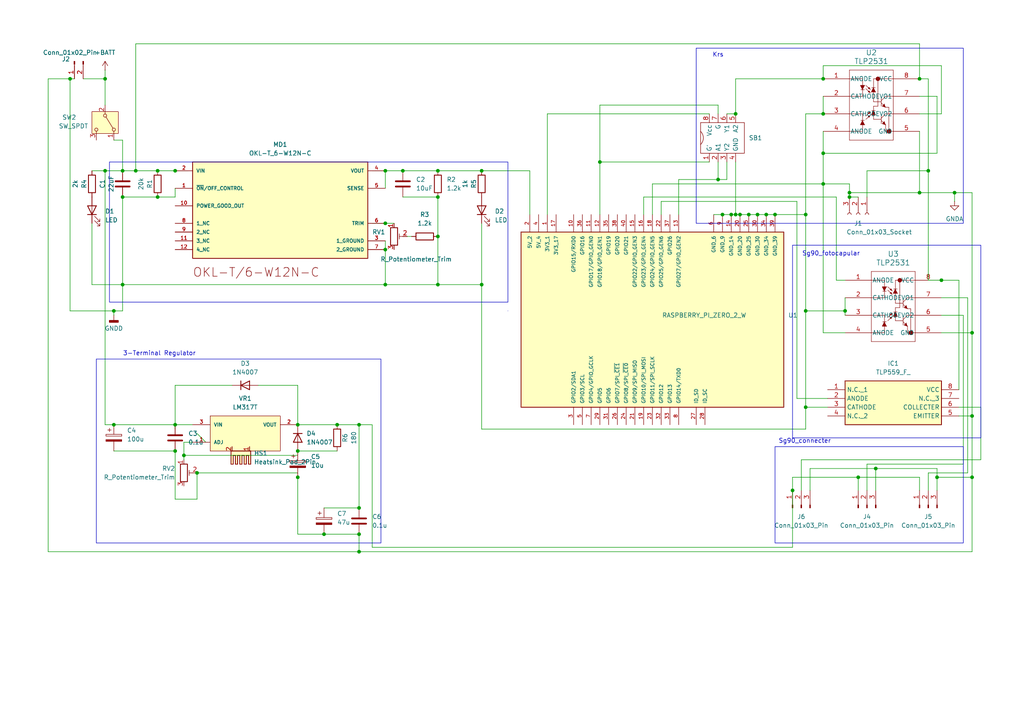
<source format=kicad_sch>
(kicad_sch (version 20250114) (generator "eeschema") (generator_version "9.0")
  (paper "A4")
  (title_block (title "ARM_Main") (date "2025-09-03") (company "Takuya Kamada"))
  (lib_symbols
    (symbol "Connector:Conn_01x02_Pin" (pin_names (offset 1.016) (hide yes))
      (property "Reference" "J" (at 0 2.54 0))
      (property "Value" "Conn_01x02_Pin" (at 0 -5.08 0))
      (symbol "Conn_01x02_Pin_1_1"
        (rectangle (start 0.8636 0.127) (end 0 -0.127) (stroke (width 0.1524)) (fill (type outline)))
        (rectangle (start 0.8636 -2.413) (end 0 -2.667) (stroke (width 0.1524)) (fill (type outline)))
        (polyline (pts (xy 1.27 0) (xy 0.8636 0)) (stroke (width 0.1524)))
        (polyline (pts (xy 1.27 -2.54) (xy 0.8636 -2.54)) (stroke (width 0.1524)))
        (pin passive line (at 5.08 0 180) (length 3.81) (name "Pin_1") (number "1"))
        (pin passive line (at 5.08 -2.54 180) (length 3.81) (name "Pin_2") (number "2"))
      )
    )
    (symbol "Connector:Conn_01x03_Pin" (pin_names (offset 1.016) (hide yes))
      (property "Reference" "J" (at 0 5.08 0))
      (property "Value" "Conn_01x03_Pin" (at 0 -5.08 0))
      (symbol "Conn_01x03_Pin_1_1"
        (rectangle (start 0.8636 2.667) (end 0 2.413) (stroke (width 0.1524)) (fill (type outline)))
        (rectangle (start 0.8636 0.127) (end 0 -0.127) (stroke (width 0.1524)) (fill (type outline)))
        (rectangle (start 0.8636 -2.413) (end 0 -2.667) (stroke (width 0.1524)) (fill (type outline)))
        (polyline (pts (xy 1.27 2.54) (xy 0.8636 2.54)) (stroke (width 0.1524)))
        (polyline (pts (xy 1.27 0) (xy 0.8636 0)) (stroke (width 0.1524)))
        (polyline (pts (xy 1.27 -2.54) (xy 0.8636 -2.54)) (stroke (width 0.1524)))
        (pin passive line (at 5.08 2.54 180) (length 3.81) (name "Pin_1") (number "1"))
        (pin passive line (at 5.08 0 180) (length 3.81) (name "Pin_2") (number "2"))
        (pin passive line (at 5.08 -2.54 180) (length 3.81) (name "Pin_3") (number "3"))
      )
    )
    (symbol "Connector:Conn_01x03_Socket" (pin_names (offset 1.016) (hide yes))
      (property "Reference" "J" (at 0 5.08 0))
      (property "Value" "Conn_01x03_Socket" (at 0 -5.08 0))
      (symbol "Conn_01x03_Socket_1_1"
        (polyline (pts (xy -1.27 2.54) (xy -0.508 2.54)) (stroke (width 0.1524)))
        (polyline (pts (xy -1.27 0) (xy -0.508 0)) (stroke (width 0.1524)))
        (polyline (pts (xy -1.27 -2.54) (xy -0.508 -2.54)) (stroke (width 0.1524)))
        (arc (start 0 2.032) (mid -0.5058 2.54) (end 0 3.048) (stroke (width 0.1524)))
        (arc (start 0 -0.508) (mid -0.5058 0) (end 0 0.508) (stroke (width 0.1524)))
        (arc (start 0 -3.048) (mid -0.5058 -2.54) (end 0 -2.032) (stroke (width 0.1524)))
        (pin passive line (at -5.08 2.54 0) (length 3.81) (name "Pin_1") (number "1"))
        (pin passive line (at -5.08 0 0) (length 3.81) (name "Pin_2") (number "2"))
        (pin passive line (at -5.08 -2.54 0) (length 3.81) (name "Pin_3") (number "3"))
      )
    )
    (symbol "Device:C" (pin_numbers (hide yes)) (pin_names (offset 0.254))
      (property "Reference" "C" (at 0.635 2.54 0))
      (property "Value" "C" (at 0.635 -2.54 0))
      (symbol "C_0_1"
        (polyline (pts (xy -2.032 0.762) (xy 2.032 0.762)) (stroke (width 0.508)))
        (polyline (pts (xy -2.032 -0.762) (xy 2.032 -0.762)) (stroke (width 0.508)))
      )
      (symbol "C_1_1"
        (pin passive line (at 0 3.81 270) (length 2.794) (name "~") (number "1"))
        (pin passive line (at 0 -3.81 90) (length 2.794) (name "~") (number "2"))
      )
    )
    (symbol "Device:C_Polarized" (pin_numbers (hide yes)) (pin_names (offset 0.254))
      (property "Reference" "C" (at 0.635 2.54 0))
      (property "Value" "C_Polarized" (at 0.635 -2.54 0))
      (symbol "C_Polarized_0_1"
        (rectangle (start -2.286 0.508) (end 2.286 1.016))
        (polyline (pts (xy -1.778 2.286) (xy -0.762 2.286)))
        (polyline (pts (xy -1.27 2.794) (xy -1.27 1.778)))
        (rectangle (start 2.286 -0.508) (end -2.286 -1.016) (fill (type outline)))
      )
      (symbol "C_Polarized_1_1"
        (pin passive line (at 0 3.81 270) (length 2.794) (name "~") (number "1"))
        (pin passive line (at 0 -3.81 90) (length 2.794) (name "~") (number "2"))
      )
    )
    (symbol "Device:D" (pin_numbers (hide yes)) (pin_names (offset 1.016) (hide yes))
      (property "Reference" "D" (at 0 2.54 0))
      (property "Value" "D" (at 0 -2.54 0))
      (symbol "D_0_1"
        (polyline (pts (xy -1.27 1.27) (xy -1.27 -1.27)) (stroke (width 0.254)))
        (polyline (pts (xy 1.27 1.27) (xy 1.27 -1.27) (xy -1.27 0) (xy 1.27 1.27)) (stroke (width 0.254)))
        (polyline (pts (xy 1.27 0) (xy -1.27 0)))
      )
      (symbol "D_1_1"
        (pin passive line (at -3.81 0 0) (length 2.54) (name "K") (number "1"))
        (pin passive line (at 3.81 0 180) (length 2.54) (name "A") (number "2"))
      )
    )
    (symbol "Device:LED" (pin_numbers (hide yes)) (pin_names (offset 1.016) (hide yes))
      (property "Reference" "D" (at 0 2.54 0))
      (property "Value" "LED" (at 0 -2.54 0))
      (symbol "LED_0_1"
        (polyline (pts (xy -3.048 -0.762) (xy -4.572 -2.286) (xy -3.81 -2.286) (xy -4.572 -2.286) (xy -4.572 -1.524)))
        (polyline (pts (xy -1.778 -0.762) (xy -3.302 -2.286) (xy -2.54 -2.286) (xy -3.302 -2.286) (xy -3.302 -1.524)))
        (polyline (pts (xy -1.27 0) (xy 1.27 0)))
        (polyline (pts (xy -1.27 -1.27) (xy -1.27 1.27)) (stroke (width 0.254)))
        (polyline (pts (xy 1.27 -1.27) (xy 1.27 1.27) (xy -1.27 0) (xy 1.27 -1.27)) (stroke (width 0.254)))
      )
      (symbol "LED_1_1"
        (pin passive line (at -3.81 0 0) (length 2.54) (name "K") (number "1"))
        (pin passive line (at 3.81 0 180) (length 2.54) (name "A") (number "2"))
      )
    )
    (symbol "Device:R" (pin_numbers (hide yes)) (pin_names (offset 0))
      (property "Reference" "R" (at 2.032 0 90))
      (property "Value" "R" (at 0 0 90))
      (symbol "R_0_1"
        (rectangle (start -1.016 -2.54) (end 1.016 2.54) (stroke (width 0.254)))
      )
      (symbol "R_1_1"
        (pin passive line (at 0 3.81 270) (length 1.27) (name "~") (number "1"))
        (pin passive line (at 0 -3.81 90) (length 1.27) (name "~") (number "2"))
      )
    )
    (symbol "Device:R_Potentiometer_Trim" (pin_names (offset 1.016) (hide yes))
      (property "Reference" "RV" (at -4.445 0 90))
      (property "Value" "R_Potentiometer_Trim" (at -2.54 0 90))
      (symbol "R_Potentiometer_Trim_0_1"
        (rectangle (start 1.016 2.54) (end -1.016 -2.54) (stroke (width 0.254)))
        (polyline (pts (xy 1.524 0.762) (xy 1.524 -0.762)))
        (polyline (pts (xy 2.54 0) (xy 1.524 0)))
      )
      (symbol "R_Potentiometer_Trim_1_1"
        (pin passive line (at 0 3.81 270) (length 1.27) (name "1") (number "1"))
        (pin passive line (at 0 -3.81 90) (length 1.27) (name "3") (number "3"))
        (pin passive line (at 3.81 0 180) (length 1.27) (name "2") (number "2"))
      )
    )
    (symbol "LM317T:LM317T" (pin_names (offset 1.016))
      (property "Reference" "VR" (at -10.16 6.35 0))
      (property "Value" "LM317T" (at -10.16 -7.62 0))
      (symbol "LM317T_0_0"
        (rectangle (start -10.16 -5.08) (end 10.16 5.08) (stroke (width 0.1524)) (fill (type background)))
        (pin input line (at -15.24 2.54 0) (length 5.08) (name "VIN") (number "3"))
        (pin input line (at -15.24 -2.54 0) (length 5.08) (name "ADJ") (number "1"))
        (pin output line (at 15.24 2.54 180) (length 5.08) (name "VOUT") (number "2"))
      )
    )
    (symbol "Mechanical:Heatsink_Pad_2Pin" (pin_names (offset 0))
      (property "Reference" "HS" (at 0 5.715 0))
      (property "Value" "Heatsink_Pad_2Pin" (at 0 3.81 0))
      (symbol "Heatsink_Pad_2Pin_0_1"
        (polyline (pts (xy -0.3302 0) (xy -0.9652 0) (xy -0.9652 2.54) (xy -1.6002 2.54) (xy -1.6002 0) (xy -2.2352 0) (xy -2.2352 2.54) (xy -2.8702 2.54) (xy -2.8702 -1.27) (xy -0.9652 -1.27)) (stroke (width 0.254)) (fill (type background)))
        (polyline (pts (xy -0.3302 0) (xy -0.3302 2.54) (xy 0.3048 2.54) (xy 0.3048 0) (xy 0.9398 0) (xy 0.9398 2.54) (xy 1.5748 2.54) (xy 1.5748 0) (xy 2.2098 0) (xy 2.2098 2.54) (xy 2.8448 2.54) (xy 2.8448 -1.27) (xy -0.9652 -1.27)) (stroke (width 0.254)) (fill (type background)))
      )
      (symbol "Heatsink_Pad_2Pin_1_1"
        (pin passive line (at -2.54 -2.54 90) (length 1.27) (name "~") (number "1"))
        (pin passive line (at 2.54 -2.54 90) (length 1.27) (name "~") (number "2"))
      )
    )
    (symbol "OKL-T/6-W12N-C:OKL-T_6-W12N-C" (pin_names (offset 1.016))
      (property "Reference" "MD" (at 2.54 -2.54 0))
      (property "Value" "OKL-T_6-W12N-C" (at 0 0 0))
      (symbol "OKL-T_6-W12N-C_0_0"
        (rectangle (start 2.54 -33.02) (end 53.34 -5.08) (stroke (width 0.254)) (fill (type background)))
        (text "OKL-T/6-W12N-C" (at 2.54 -35.56 0) (effects (font (size 2.54 2.54)) (justify left top)))
        (pin bidirectional line (at -2.54 -7.62 0) (length 5.08) (name "VIN") (number "2"))
        (pin bidirectional line (at -2.54 -12.7 0) (length 5.08) (name "~{ON}/OFF_CONTROL") (number "1"))
        (pin open_collector line (at -2.54 -17.78 0) (length 5.08) (name "POWER_GOOD_OUT") (number "10"))
        (pin passive line (at -2.54 -22.86 0) (length 5.08) (name "1_NC") (number "8"))
        (pin passive line (at -2.54 -25.4 0) (length 5.08) (name "2_NC") (number "9"))
        (pin passive line (at -2.54 -27.94 0) (length 5.08) (name "3_NC") (number "11"))
        (pin passive line (at -2.54 -30.48 0) (length 5.08) (name "4_NC") (number "12"))
        (pin bidirectional line (at 58.42 -7.62 180) (length 5.08) (name "VOUT") (number "4"))
        (pin passive line (at 58.42 -12.7 180) (length 5.08) (name "SENSE") (number "5"))
        (pin passive line (at 58.42 -22.86 180) (length 5.08) (name "TRIM") (number "6"))
        (pin power_in line (at 58.42 -27.94 180) (length 5.08) (name "1_GROUND") (number "3"))
        (pin power_in line (at 58.42 -30.48 180) (length 5.08) (name "2_GROUND") (number "7"))
      )
    )
    (symbol "RASPBERRY_PI_ZERO_2_W:RASPBERRY_PI_ZERO_2_W" (pin_names (offset 1.016))
      (property "Reference" "U" (at -25.42 39.3962 0))
      (property "Value" "RASPBERRY_PI_ZERO_2_W" (at -25.4191 -40.6687 0))
      (symbol "RASPBERRY_PI_ZERO_2_W_0_0"
        (rectangle (start -25.4 -38.1) (end 25.4 38.1) (stroke (width 0.254)) (fill (type background)))
        (pin bidirectional line (at -30.48 22.86 0) (length 5.08) (name "GPIO2/SDA1") (number "3"))
        (pin bidirectional line (at -30.48 20.32 0) (length 5.08) (name "GPIO3/SCL") (number "5"))
        (pin bidirectional line (at -30.48 17.78 0) (length 5.08) (name "GPIO4/GPIO_GCLK") (number "7"))
        (pin bidirectional line (at -30.48 15.24 0) (length 5.08) (name "GPIO5") (number "29"))
        (pin bidirectional line (at -30.48 12.7 0) (length 5.08) (name "GPIO6") (number "31"))
        (pin bidirectional line (at -30.48 10.16 0) (length 5.08) (name "GPIO7/SPI_~{CE1}") (number "26"))
        (pin bidirectional line (at -30.48 7.62 0) (length 5.08) (name "GPIO8/SPI_~{CE0}") (number "24"))
        (pin bidirectional line (at -30.48 5.08 0) (length 5.08) (name "GPIO9/SPI_MISO") (number "21"))
        (pin bidirectional line (at -30.48 2.54 0) (length 5.08) (name "GPIO10/SPI_MOSI") (number "19"))
        (pin bidirectional line (at -30.48 0 0) (length 5.08) (name "GPIO11/SPI_SCLK") (number "23"))
        (pin bidirectional line (at -30.48 -2.54 0) (length 5.08) (name "GPIO12") (number "32"))
        (pin bidirectional line (at -30.48 -5.08 0) (length 5.08) (name "GPIO13") (number "33"))
        (pin bidirectional line (at -30.48 -7.62 0) (length 5.08) (name "GPIO14/TXD0") (number "8"))
        (pin bidirectional line (at -30.48 -12.7 0) (length 5.08) (name "ID_SD") (number "27"))
        (pin bidirectional line (at -30.48 -15.24 0) (length 5.08) (name "ID_SC") (number "28"))
        (pin power_in line (at 30.48 35.56 180) (length 5.08) (name "5V_2") (number "2"))
        (pin power_in line (at 30.48 33.02 180) (length 5.08) (name "5V_4") (number "4"))
        (pin power_in line (at 30.48 30.48 180) (length 5.08) (name "3V3_1") (number "1"))
        (pin power_in line (at 30.48 27.94 180) (length 5.08) (name "3V3_17") (number "17"))
        (pin bidirectional line (at 30.48 22.86 180) (length 5.08) (name "GPIO15/RXD0") (number "10"))
        (pin bidirectional line (at 30.48 20.32 180) (length 5.08) (name "GPIO16") (number "36"))
        (pin bidirectional line (at 30.48 17.78 180) (length 5.08) (name "GPIO17/GPIO_GEN0") (number "11"))
        (pin bidirectional line (at 30.48 15.24 180) (length 5.08) (name "GPIO18/GPIO_GEN1") (number "12"))
        (pin bidirectional line (at 30.48 12.7 180) (length 5.08) (name "GPIO19") (number "35"))
        (pin bidirectional line (at 30.48 10.16 180) (length 5.08) (name "GPIO20") (number "38"))
        (pin bidirectional line (at 30.48 7.62 180) (length 5.08) (name "GPIO21") (number "40"))
        (pin bidirectional line (at 30.48 5.08 180) (length 5.08) (name "GPIO22/GPIO_GEN3") (number "15"))
        (pin bidirectional line (at 30.48 2.54 180) (length 5.08) (name "GPIO23/GPIO_GEN4") (number "16"))
        (pin bidirectional line (at 30.48 0 180) (length 5.08) (name "GPIO24/GPIO_GEN5") (number "18"))
        (pin bidirectional line (at 30.48 -2.54 180) (length 5.08) (name "GPIO25/GPIO_GEN6") (number "22"))
        (pin bidirectional line (at 30.48 -5.08 180) (length 5.08) (name "GPIO26") (number "37"))
        (pin bidirectional line (at 30.48 -7.62 180) (length 5.08) (name "GPIO27/GPIO_GEN2") (number "13"))
        (pin power_in line (at 30.48 -17.78 180) (length 5.08) (name "GND_6") (number "6"))
        (pin power_in line (at 30.48 -20.32 180) (length 5.08) (name "GND_9") (number "9"))
        (pin power_in line (at 30.48 -22.86 180) (length 5.08) (name "GND_14") (number "14"))
        (pin power_in line (at 30.48 -25.4 180) (length 5.08) (name "GND_20") (number "20"))
        (pin power_in line (at 30.48 -27.94 180) (length 5.08) (name "GND_25") (number "25"))
        (pin power_in line (at 30.48 -30.48 180) (length 5.08) (name "GND_30") (number "30"))
        (pin power_in line (at 30.48 -33.02 180) (length 5.08) (name "GND_34") (number "34"))
        (pin power_in line (at 30.48 -35.56 180) (length 5.08) (name "GND_39") (number "39"))
      )
    )
    (symbol "Switch:SW_SPDT" (pin_names (offset 0) (hide yes))
      (property "Reference" "SW" (at 0 5.08 0))
      (property "Value" "SW_SPDT" (at 0 -5.08 0))
      (symbol "SW_SPDT_0_1"
        (circle (center -2.032 0) (radius 0.4572))
        (polyline (pts (xy -1.651 0.254) (xy 1.651 2.286)))
        (circle (center 2.032 2.54) (radius 0.4572))
        (circle (center 2.032 -2.54) (radius 0.4572))
      )
      (symbol "SW_SPDT_1_1"
        (rectangle (start -3.175 3.81) (end 3.175 -3.81) (fill (type background)))
        (pin passive line (at -5.08 0 0) (length 2.54) (name "B") (number "2"))
        (pin passive line (at 5.08 2.54 180) (length 2.54) (name "A") (number "1"))
        (pin passive line (at 5.08 -2.54 180) (length 2.54) (name "C") (number "3"))
      )
    )
    (symbol "TC7WH241FU:TC7WH241FK"
      (property "Reference" "SB" (at 0.254 7.366 0))
      (symbol "TC7WH241FK_0_1"
        (rectangle (start -3.81 5.08) (end 5.08 -7.62))
        (arc (start 2.54 5.08) (mid 0.635 4.2909) (end -1.27 5.08))
      )
      (symbol "TC7WH241FK_1_1"
        (pin passive line (at -6.35 2.54 0) (length 2.54) (name "G'") (number "1"))
        (pin passive line (at -6.35 0 0) (length 2.54) (name "A1") (number "2"))
        (pin passive line (at -6.35 -2.54 0) (length 2.54) (name "Y2") (number "3"))
        (pin passive line (at -6.35 -5.08 0) (length 2.54) (name "GND") (number "4"))
        (pin passive line (at 7.62 2.54 180) (length 2.54) (name "Vcc") (number "8"))
        (pin passive line (at 7.62 0 180) (length 2.54) (name "G") (number "7"))
        (pin passive line (at 7.62 -2.54 180) (length 2.54) (name "Y1") (number "6"))
        (pin passive line (at 7.62 -5.08 180) (length 2.54) (name "A2") (number "5"))
      )
    )
    (symbol "TLP2531_sym:TLP2531" (pin_names (offset 0.254))
      (property "Reference" "U" (at 15.24 12.7 0))
      (property "Value" "TLP2531" (at 15.24 12.7 0))
      (symbol "TLP2531_0_1"
        (polyline (pts (xy 7.62 2.54) (xy 7.62 -17.78)) (stroke (width 0.127)))
        (polyline (pts (xy 7.62 0) (xy 11.43 0)) (stroke (width 0.127)))
        (polyline (pts (xy 7.62 -5.08) (xy 11.43 -5.08)) (stroke (width 0.127)))
        (polyline (pts (xy 7.62 -10.16) (xy 11.43 -10.16)) (stroke (width 0.127)))
        (polyline (pts (xy 7.62 -15.24) (xy 11.43 -15.24)) (stroke (width 0.127)))
        (polyline (pts (xy 7.62 -17.78) (xy 20.32 -17.78)) (stroke (width 0.127)))
        (polyline (pts (xy 10.922 -3.175) (xy 11.938 -3.175)) (stroke (width 0.127)))
        (polyline (pts (xy 10.922 -12.065) (xy 11.938 -12.065)) (stroke (width 0.127)))
        (polyline (pts (xy 11.43 0) (xy 11.43 -1.905)) (stroke (width 0.127)))
        (polyline (pts (xy 11.43 -3.175) (xy 10.795 -1.905) (xy 12.065 -1.905)) (fill (type outline)))
        (polyline (pts (xy 11.43 -5.08) (xy 11.43 -3.175)) (stroke (width 0.127)))
        (polyline (pts (xy 11.43 -10.16) (xy 11.43 -12.065)) (stroke (width 0.127)))
        (polyline (pts (xy 11.43 -12.065) (xy 10.795 -13.335) (xy 12.065 -13.335)) (fill (type outline)))
        (polyline (pts (xy 11.43 -15.24) (xy 11.43 -13.335)) (stroke (width 0.127)))
        (polyline (pts (xy 12.3825 -1.905) (xy 13.335 -2.794)) (stroke (width 0.127)))
        (polyline (pts (xy 12.3825 -2.8575) (xy 13.335 -3.81)) (stroke (width 0.127)))
        (polyline (pts (xy 12.3825 -10.795) (xy 13.335 -9.8425)) (stroke (width 0.127)))
        (polyline (pts (xy 12.3825 -11.7475) (xy 13.335 -10.8585)) (stroke (width 0.127)))
        (polyline (pts (xy 13.0175 -2.794) (xy 13.335 -2.4765) (xy 13.6525 -3.1115)) (fill (type outline)))
        (polyline (pts (xy 13.0175 -3.81) (xy 13.335 -3.4925) (xy 13.6525 -4.1275)) (fill (type outline)))
        (polyline (pts (xy 13.0175 -9.8425) (xy 13.335 -10.16) (xy 13.6525 -9.525)) (fill (type outline)))
        (polyline (pts (xy 13.0175 -10.8585) (xy 13.335 -11.176) (xy 13.6525 -10.541)) (fill (type outline)))
        (polyline (pts (xy 14.097 -2.54) (xy 15.113 -2.54)) (stroke (width 0.127)))
        (polyline (pts (xy 14.097 -9.2075) (xy 15.113 -9.2075)) (stroke (width 0.127)))
        (polyline (pts (xy 14.605 0) (xy 14.605 -6.6675)) (stroke (width 0.127)))
        (polyline (pts (xy 14.605 0) (xy 20.32 0)) (stroke (width 0.127)))
        (polyline (pts (xy 14.605 -2.54) (xy 13.97 -3.81) (xy 15.24 -3.81)) (fill (type outline)))
        (polyline (pts (xy 14.605 -6.6675) (xy 16.8275 -6.6675)) (stroke (width 0.127)))
        (polyline (pts (xy 14.605 -7.9375) (xy 14.605 -11.7475)) (stroke (width 0.127)))
        (polyline (pts (xy 14.605 -7.9375) (xy 15.875 -7.9375)) (stroke (width 0.127)))
        (polyline (pts (xy 14.605 -9.2075) (xy 13.97 -10.4775) (xy 15.24 -10.4775)) (fill (type outline)))
        (polyline (pts (xy 14.605 -11.7475) (xy 16.8275 -11.7475)) (stroke (width 0.127)))
        (circle (center 15.875 0) (radius 0.127) (stroke (width 0.508)))
        (polyline (pts (xy 15.875 -7.9375) (xy 15.875 0)) (stroke (width 0.127)))
        (polyline (pts (xy 16.8275 -5.3975) (xy 16.8275 -7.9375)) (stroke (width 0.127)))
        (polyline (pts (xy 16.8275 -6.35) (xy 18.0975 -5.08)) (stroke (width 0.127)))
        (polyline (pts (xy 16.8275 -6.985) (xy 18.0975 -8.255)) (stroke (width 0.127)))
        (polyline (pts (xy 16.8275 -10.4775) (xy 16.8275 -13.0175)) (stroke (width 0.127)))
        (polyline (pts (xy 16.8275 -11.43) (xy 18.0975 -10.16)) (stroke (width 0.127)))
        (polyline (pts (xy 16.8275 -12.065) (xy 18.0975 -13.335)) (stroke (width 0.127)))
        (polyline (pts (xy 18.0975 -5.08) (xy 20.32 -5.08)) (stroke (width 0.127)))
        (polyline (pts (xy 18.0975 -8.255) (xy 19.05 -8.255)) (stroke (width 0.127)))
        (polyline (pts (xy 18.0975 -8.255) (xy 17.145 -7.9375) (xy 17.78 -7.3025)) (fill (type outline)))
        (polyline (pts (xy 18.0975 -10.16) (xy 20.32 -10.16)) (stroke (width 0.127)))
        (polyline (pts (xy 18.0975 -13.335) (xy 18.0975 -15.24)) (stroke (width 0.127)))
        (polyline (pts (xy 18.0975 -13.335) (xy 17.145 -13.0175) (xy 17.78 -12.3825)) (fill (type outline)))
        (polyline (pts (xy 18.0975 -15.24) (xy 20.32 -15.24)) (stroke (width 0.127)))
        (polyline (pts (xy 19.05 -8.255) (xy 19.05 -15.24)) (stroke (width 0.127)))
        (circle (center 19.05 -15.24) (radius 0.127) (stroke (width 0.508)))
        (polyline (pts (xy 20.32 2.54) (xy 7.62 2.54)) (stroke (width 0.127)))
        (polyline (pts (xy 20.32 -17.78) (xy 20.32 2.54)) (stroke (width 0.127)))
        (pin unspecified line (at 0 0 0) (length 7.62) (name "ANODE") (number "1"))
        (pin unspecified line (at 0 -5.08 0) (length 7.62) (name "CATHODE") (number "2"))
        (pin unspecified line (at 0 -10.16 0) (length 7.62) (name "CATHODE") (number "3"))
        (pin unspecified line (at 0 -15.24 0) (length 7.62) (name "ANODE") (number "4"))
        (pin unspecified line (at 27.94 0 180) (length 7.62) (name "VCC") (number "8"))
        (pin output line (at 27.94 -5.08 180) (length 7.62) (name "VO1") (number "7"))
        (pin output line (at 27.94 -10.16 180) (length 7.62) (name "VO2") (number "6"))
        (pin unspecified line (at 27.94 -15.24 180) (length 7.62) (name "GND") (number "5"))
      )
    )
    (symbol "power:+BATT" (power) (pin_numbers (hide yes)) (pin_names (offset 0) (hide yes))
      (property "Value" "+BATT" (at 0 3.556 0))
      (symbol "+BATT_0_1"
        (polyline (pts (xy -0.762 1.27) (xy 0 2.54)))
        (polyline (pts (xy 0 2.54) (xy 0.762 1.27)))
        (polyline (pts (xy 0 0) (xy 0 2.54)))
      )
      (symbol "+BATT_1_1"
        (pin power_in line (at 0 0 90) (length 0) (name "~") (number "1"))
      )
    )
    (symbol "power:GNDA" (power) (pin_numbers (hide yes)) (pin_names (offset 0) (hide yes))
      (property "Value" "GNDA" (at 0 -3.81 0))
      (symbol "GNDA_0_1"
        (polyline (pts (xy 0 0) (xy 0 -1.27) (xy 1.27 -1.27) (xy 0 -2.54) (xy -1.27 -1.27) (xy 0 -1.27)))
      )
      (symbol "GNDA_1_1"
        (pin power_in line (at 0 0 270) (length 0) (name "~") (number "1"))
      )
    )
    (symbol "power:GNDD" (power) (pin_numbers (hide yes)) (pin_names (offset 0) (hide yes))
      (property "Value" "GNDD" (at 0 -3.175 0))
      (symbol "GNDD_0_1"
        (rectangle (start -1.27 -1.524) (end 1.27 -2.032) (stroke (width 0.254)) (fill (type outline)))
        (polyline (pts (xy 0 0) (xy 0 -1.524)))
      )
      (symbol "GNDD_1_1"
        (pin power_in line (at 0 0 270) (length 0) (name "~") (number "1"))
      )
    )
    (symbol "tlp559:TLP559_F_"
      (property "Reference" "IC" (at 34.29 7.62 0))
      (property "Value" "TLP559_F_" (at 34.29 5.08 0))
      (symbol "TLP559_F__1_1"
        (rectangle (start 5.08 2.54) (end 33.02 -10.16) (stroke (width 0.254)) (fill (type background)))
        (pin passive line (at 0 0 0) (length 5.08) (name "N.C._1") (number "1"))
        (pin passive line (at 0 -2.54 0) (length 5.08) (name "ANODE") (number "2"))
        (pin passive line (at 0 -5.08 0) (length 5.08) (name "CATHODE") (number "3"))
        (pin passive line (at 0 -7.62 0) (length 5.08) (name "N.C._2") (number "4"))
        (pin power_in line (at 38.1 0 180) (length 5.08) (name "VCC") (number "8"))
        (pin passive line (at 38.1 -2.54 180) (length 5.08) (name "N.C._3") (number "7"))
        (pin output line (at 38.1 -5.08 180) (length 5.08) (name "COLLECTER") (number "6"))
        (pin power_in line (at 38.1 -7.62 180) (length 5.08) (name "EMITTER") (number "5"))
      )
    )
  )
  (rectangle (start 229.87 71.12) (end 284.48 127))
  (rectangle (start 27.94 104.14) (end 110.49 157.48))
  (rectangle (start 201.93 13.97) (end 279.4 64.77))
  (rectangle (start 147.32 90.17) (end 147.32 90.17))
  (rectangle (start 224.79 129.54) (end 279.4 157.48))
  (rectangle (start 31.75 46.99) (end 147.32 87.63))
  (text "3-Terminal Regulator" (at 46.228 102.616 0) (effects (font (size 1.27 1.27))))
  (text "Sg90_fotocapular" (at 241.046 73.66 0) (effects (font (size 1.27 1.27))))
  (text "Krs" (at 208.28 16.002 0) (effects (font (size 1.27 1.27))))
  (text "Sg90_connecter" (at 233.426 128.016 0) (effects (font (size 1.27 1.27))))
  (junction (at 208.28 52.07))
  (junction (at 222.25 62.23))
  (junction (at 246.38 55.88))
  (junction (at 281.94 120.65))
  (junction (at 212.09 62.23))
  (junction (at 104.14 154.94))
  (junction (at 213.36 33.02))
  (junction (at 86.36 130.81))
  (junction (at 127 68.58))
  (junction (at 273.05 81.28))
  (junction (at 57.15 137.16))
  (junction (at 139.7 49.53))
  (junction (at 271.78 138.43))
  (junction (at 224.79 62.23))
  (junction (at 50.8 130.81))
  (junction (at 111.76 72.39))
  (junction (at 266.7 55.88))
  (junction (at 276.86 55.88))
  (junction (at 214.63 62.23))
  (junction (at 50.8 49.53))
  (junction (at 93.98 154.94))
  (junction (at 246.38 57.15))
  (junction (at 116.84 49.53))
  (junction (at 33.02 123.19))
  (junction (at 238.76 53.34))
  (junction (at 173.99 46.99))
  (junction (at 217.17 62.23))
  (junction (at 238.76 22.86))
  (junction (at 97.79 123.19))
  (junction (at 229.87 142.24))
  (junction (at 238.76 33.02))
  (junction (at 53.34 132.08))
  (junction (at 30.48 49.53))
  (junction (at 219.71 62.23))
  (junction (at 266.7 22.86))
  (junction (at 86.36 138.43))
  (junction (at 127 49.53))
  (junction (at 238.76 44.45))
  (junction (at 86.36 123.19))
  (junction (at 233.68 90.17))
  (junction (at 20.32 22.86))
  (junction (at 35.56 57.15))
  (junction (at 127 57.15))
  (junction (at 39.37 49.53))
  (junction (at 111.76 64.77))
  (junction (at 104.14 123.19))
  (junction (at 281.94 96.52))
  (junction (at 30.48 22.86))
  (junction (at 33.02 90.17))
  (junction (at 104.14 147.32))
  (junction (at 233.68 118.11))
  (junction (at 111.76 49.53))
  (junction (at 45.72 57.15))
  (junction (at 213.36 62.23))
  (junction (at 139.7 82.55))
  (junction (at 248.92 138.43))
  (junction (at 209.55 62.23))
  (junction (at 254 135.89))
  (junction (at 35.56 82.55))
  (junction (at 45.72 49.53))
  (junction (at 127 82.55))
  (junction (at 35.56 49.53))
  (junction (at 233.68 62.23))
  (junction (at 111.76 82.55))
  (junction (at 245.11 90.17))
  (junction (at 281.94 138.43))
  (junction (at 269.24 49.53))
  (junction (at 50.8 123.19))
  (junction (at 104.14 160.02))
  (bus_entry (at 57.15 125.73) (size 2.54 2.54))
  (wire (pts (xy 251.46 142.24) (xy 251.46 134.62)))
  (wire (pts (xy 116.84 49.53) (xy 127 49.53)))
  (wire (pts (xy 246.38 55.88) (xy 266.7 55.88)))
  (wire (pts (xy 45.72 49.53) (xy 50.8 49.53)))
  (wire (pts (xy 86.36 154.94) (xy 93.98 154.94)))
  (wire (pts (xy 231.14 58.42) (xy 231.14 115.57)))
  (wire (pts (xy 20.32 90.17) (xy 20.32 22.86)))
  (wire (pts (xy 231.14 115.57) (xy 240.03 115.57)))
  (wire (pts (xy 238.76 19.05) (xy 238.76 22.86)))
  (wire (pts (xy 53.34 132.08) (xy 53.34 133.35)))
  (wire (pts (xy 205.74 33.02) (xy 158.75 33.02)))
  (wire (pts (xy 74.93 111.76) (xy 86.36 111.76)))
  (wire (pts (xy 271.78 138.43) (xy 271.78 142.24)))
  (wire (pts (xy 30.48 22.86) (xy 30.48 30.48)))
  (wire (pts (xy 53.34 128.27) (xy 53.34 132.08)))
  (wire (pts (xy 53.34 132.08) (xy 86.36 132.08)))
  (wire (pts (xy 191.77 62.23) (xy 191.77 58.42)))
  (wire (pts (xy 273.05 86.36) (xy 280.67 86.36)))
  (wire (pts (xy 127 82.55) (xy 139.7 82.55)))
  (wire (pts (xy 35.56 40.64) (xy 35.56 49.53)))
  (wire (pts (xy 33.02 90.17) (xy 33.02 91.44)))
  (wire (pts (xy 278.13 118.11) (xy 284.48 118.11)))
  (wire (pts (xy 229.87 138.43) (xy 248.92 138.43)))
  (wire (pts (xy 86.36 137.16) (xy 86.36 138.43)))
  (wire (pts (xy 104.14 160.02) (xy 13.97 160.02)))
  (wire (pts (xy 107.95 158.75) (xy 229.87 158.75)))
  (wire (pts (xy 189.23 62.23) (xy 189.23 53.34)))
  (wire (pts (xy 213.36 46.99) (xy 213.36 62.23)))
  (wire (pts (xy 50.8 54.61) (xy 50.8 57.15)))
  (wire (pts (xy 111.76 69.85) (xy 111.76 72.39)))
  (wire (pts (xy 54.61 49.53) (xy 50.8 49.53)))
  (wire (pts (xy 50.8 130.81) (xy 50.8 144.78)))
  (wire (pts (xy 233.68 124.46) (xy 139.7 124.46)))
  (wire (pts (xy 30.48 123.19) (xy 33.02 123.19)))
  (wire (pts (xy 266.7 27.94) (xy 271.78 27.94)))
  (wire (pts (xy 127 57.15) (xy 127 68.58)))
  (wire (pts (xy 271.78 44.45) (xy 238.76 44.45)))
  (wire (pts (xy 212.09 62.23) (xy 213.36 62.23)))
  (wire (pts (xy 196.85 52.07) (xy 196.85 62.23)))
  (wire (pts (xy 111.76 49.53) (xy 111.76 54.61)))
  (wire (pts (xy 50.8 111.76) (xy 67.31 111.76)))
  (wire (pts (xy 35.56 57.15) (xy 35.56 82.55)))
  (wire (pts (xy 222.25 62.23) (xy 224.79 62.23)))
  (wire (pts (xy 158.75 33.02) (xy 158.75 62.23)))
  (wire (pts (xy 213.36 62.23) (xy 214.63 62.23)))
  (wire (pts (xy 33.02 123.19) (xy 50.8 123.19)))
  (wire (pts (xy 266.7 33.02) (xy 273.05 33.02)))
  (wire (pts (xy 93.98 147.32) (xy 104.14 147.32)))
  (wire (pts (xy 26.67 82.55) (xy 35.56 82.55)))
  (wire (pts (xy 111.76 64.77) (xy 114.3 64.77)))
  (wire (pts (xy 209.55 62.23) (xy 212.09 62.23)))
  (wire (pts (xy 33.02 90.17) (xy 20.32 90.17)))
  (wire (pts (xy 242.57 57.15) (xy 242.57 81.28)))
  (wire (pts (xy 229.87 142.24) (xy 229.87 138.43)))
  (wire (pts (xy 35.56 82.55) (xy 35.56 90.17)))
  (wire (pts (xy 13.97 160.02) (xy 13.97 22.86)))
  (wire (pts (xy 196.85 52.07) (xy 208.28 52.07)))
  (wire (pts (xy 107.95 123.19) (xy 107.95 158.75)))
  (wire (pts (xy 251.46 49.53) (xy 251.46 57.15)))
  (wire (pts (xy 232.41 133.35) (xy 232.41 142.24)))
  (wire (pts (xy 35.56 82.55) (xy 111.76 82.55)))
  (wire (pts (xy 280.67 86.36) (xy 280.67 137.16)))
  (wire (pts (xy 50.8 124.46) (xy 50.8 123.19)))
  (wire (pts (xy 118.11 68.58) (xy 119.38 68.58)))
  (wire (pts (xy 107.95 64.77) (xy 111.76 64.77)))
  (wire (pts (xy 30.48 49.53) (xy 35.56 49.53)))
  (wire (pts (xy 233.68 62.23) (xy 233.68 90.17)))
  (wire (pts (xy 254 135.89) (xy 254 142.24)))
  (wire (pts (xy 238.76 53.34) (xy 246.38 53.34)))
  (wire (pts (xy 30.48 49.53) (xy 30.48 123.19)))
  (wire (pts (xy 266.7 22.86) (xy 269.24 22.86)))
  (wire (pts (xy 26.67 49.53) (xy 30.48 49.53)))
  (wire (pts (xy 191.77 58.42) (xy 231.14 58.42)))
  (wire (pts (xy 245.11 86.36) (xy 245.11 90.17)))
  (wire (pts (xy 97.79 123.19) (xy 104.14 123.19)))
  (wire (pts (xy 251.46 134.62) (xy 279.4 134.62)))
  (wire (pts (xy 269.24 137.16) (xy 269.24 142.24)))
  (wire (pts (xy 278.13 113.03) (xy 278.13 81.28)))
  (wire (pts (xy 213.36 22.86) (xy 238.76 22.86)))
  (wire (pts (xy 139.7 124.46) (xy 139.7 82.55)))
  (wire (pts (xy 224.79 62.23) (xy 233.68 62.23)))
  (wire (pts (xy 107.95 49.53) (xy 111.76 49.53)))
  (wire (pts (xy 26.67 64.77) (xy 26.67 82.55)))
  (wire (pts (xy 104.14 154.94) (xy 104.14 160.02)))
  (wire (pts (xy 208.28 46.99) (xy 208.28 52.07)))
  (wire (pts (xy 266.7 55.88) (xy 276.86 55.88)))
  (wire (pts (xy 55.88 123.19) (xy 50.8 123.19)))
  (wire (pts (xy 266.7 38.1) (xy 266.7 55.88)))
  (wire (pts (xy 276.86 55.88) (xy 281.94 55.88)))
  (wire (pts (xy 210.82 33.02) (xy 213.36 33.02)))
  (wire (pts (xy 266.7 138.43) (xy 266.7 142.24)))
  (wire (pts (xy 173.99 30.48) (xy 208.28 30.48)))
  (wire (pts (xy 213.36 22.86) (xy 213.36 33.02)))
  (wire (pts (xy 238.76 27.94) (xy 238.76 33.02)))
  (wire (pts (xy 238.76 53.34) (xy 238.76 96.52)))
  (wire (pts (xy 279.4 134.62) (xy 279.4 91.44)))
  (wire (pts (xy 35.56 40.64) (xy 33.02 40.64)))
  (wire (pts (xy 273.05 91.44) (xy 279.4 91.44)))
  (wire (pts (xy 229.87 158.75) (xy 229.87 142.24)))
  (wire (pts (xy 232.41 133.35) (xy 284.48 133.35)))
  (wire (pts (xy 281.94 55.88) (xy 281.94 96.52)))
  (wire (pts (xy 219.71 62.23) (xy 222.25 62.23)))
  (wire (pts (xy 266.7 22.86) (xy 266.7 12.7)))
  (wire (pts (xy 116.84 57.15) (xy 127 57.15)))
  (wire (pts (xy 271.78 27.94) (xy 271.78 44.45)))
  (wire (pts (xy 278.13 120.65) (xy 281.94 120.65)))
  (wire (pts (xy 245.11 90.17) (xy 245.11 91.44)))
  (wire (pts (xy 269.24 22.86) (xy 269.24 49.53)))
  (wire (pts (xy 173.99 46.99) (xy 205.74 46.99)))
  (wire (pts (xy 173.99 46.99) (xy 173.99 62.23)))
  (wire (pts (xy 111.76 72.39) (xy 111.76 82.55)))
  (wire (pts (xy 35.56 90.17) (xy 33.02 90.17)))
  (wire (pts (xy 233.68 118.11) (xy 233.68 124.46)))
  (wire (pts (xy 104.14 123.19) (xy 104.14 147.32)))
  (wire (pts (xy 276.86 55.88) (xy 276.86 58.42)))
  (wire (pts (xy 210.82 52.07) (xy 210.82 46.99)))
  (wire (pts (xy 111.76 49.53) (xy 116.84 49.53)))
  (wire (pts (xy 45.72 57.15) (xy 50.8 57.15)))
  (wire (pts (xy 86.36 132.08) (xy 86.36 130.81)))
  (wire (pts (xy 248.92 138.43) (xy 248.92 142.24)))
  (wire (pts (xy 273.05 81.28) (xy 278.13 81.28)))
  (wire (pts (xy 248.92 138.43) (xy 266.7 138.43)))
  (wire (pts (xy 273.05 96.52) (xy 281.94 96.52)))
  (wire (pts (xy 246.38 55.88) (xy 246.38 57.15)))
  (wire (pts (xy 214.63 62.23) (xy 217.17 62.23)))
  (wire (pts (xy 35.56 57.15) (xy 45.72 57.15)))
  (wire (pts (xy 281.94 96.52) (xy 281.94 120.65)))
  (wire (pts (xy 238.76 44.45) (xy 238.76 53.34)))
  (wire (pts (xy 238.76 96.52) (xy 245.11 96.52)))
  (wire (pts (xy 50.8 144.78) (xy 57.15 144.78)))
  (wire (pts (xy 234.95 142.24) (xy 234.95 135.89)))
  (wire (pts (xy 269.24 49.53) (xy 251.46 49.53)))
  (wire (pts (xy 254 135.89) (xy 271.78 135.89)))
  (wire (pts (xy 208.28 33.02) (xy 208.28 30.48)))
  (wire (pts (xy 242.57 81.28) (xy 245.11 81.28)))
  (wire (pts (xy 271.78 135.89) (xy 271.78 138.43)))
  (wire (pts (xy 173.99 30.48) (xy 173.99 46.99)))
  (wire (pts (xy 208.28 52.07) (xy 210.82 52.07)))
  (wire (pts (xy 30.48 20.32) (xy 30.48 22.86)))
  (wire (pts (xy 246.38 53.34) (xy 246.38 55.88)))
  (wire (pts (xy 39.37 12.7) (xy 39.37 49.53)))
  (wire (pts (xy 50.8 123.19) (xy 50.8 111.76)))
  (wire (pts (xy 86.36 130.81) (xy 97.79 130.81)))
  (wire (pts (xy 13.97 22.86) (xy 20.32 22.86)))
  (wire (pts (xy 234.95 135.89) (xy 254 135.89)))
  (wire (pts (xy 233.68 90.17) (xy 233.68 118.11)))
  (wire (pts (xy 86.36 123.19) (xy 97.79 123.19)))
  (wire (pts (xy 127 68.58) (xy 127 82.55)))
  (wire (pts (xy 246.38 57.15) (xy 248.92 57.15)))
  (wire (pts (xy 35.56 49.53) (xy 39.37 49.53)))
  (wire (pts (xy 238.76 33.02) (xy 233.68 33.02)))
  (wire (pts (xy 39.37 12.7) (xy 266.7 12.7)))
  (wire (pts (xy 104.14 123.19) (xy 107.95 123.19)))
  (wire (pts (xy 139.7 64.77) (xy 139.7 82.55)))
  (wire (pts (xy 269.24 81.28) (xy 273.05 81.28)))
  (wire (pts (xy 189.23 53.34) (xy 238.76 53.34)))
  (wire (pts (xy 20.32 22.86) (xy 21.59 22.86)))
  (wire (pts (xy 24.13 22.86) (xy 30.48 22.86)))
  (wire (pts (xy 57.15 137.16) (xy 86.36 137.16)))
  (wire (pts (xy 33.02 130.81) (xy 50.8 130.81)))
  (wire (pts (xy 186.69 57.15) (xy 186.69 62.23)))
  (wire (pts (xy 186.69 57.15) (xy 242.57 57.15)))
  (wire (pts (xy 139.7 49.53) (xy 153.67 49.53)))
  (wire (pts (xy 273.05 33.02) (xy 273.05 19.05)))
  (wire (pts (xy 53.34 128.27) (xy 55.88 128.27)))
  (wire (pts (xy 86.36 138.43) (xy 86.36 154.94)))
  (wire (pts (xy 127 49.53) (xy 139.7 49.53)))
  (wire (pts (xy 284.48 118.11) (xy 284.48 133.35)))
  (wire (pts (xy 271.78 138.43) (xy 281.94 138.43)))
  (wire (pts (xy 93.98 154.94) (xy 104.14 154.94)))
  (wire (pts (xy 233.68 118.11) (xy 240.03 118.11)))
  (wire (pts (xy 281.94 160.02) (xy 104.14 160.02)))
  (wire (pts (xy 233.68 90.17) (xy 245.11 90.17)))
  (wire (pts (xy 86.36 123.19) (xy 86.36 111.76)))
  (wire (pts (xy 281.94 138.43) (xy 281.94 160.02)))
  (wire (pts (xy 281.94 120.65) (xy 281.94 138.43)))
  (wire (pts (xy 273.05 19.05) (xy 238.76 19.05)))
  (wire (pts (xy 57.15 144.78) (xy 57.15 137.16)))
  (wire (pts (xy 238.76 44.45) (xy 238.76 38.1)))
  (wire (pts (xy 111.76 82.55) (xy 127 82.55)))
  (wire (pts (xy 39.37 49.53) (xy 45.72 49.53)))
  (wire (pts (xy 217.17 62.23) (xy 219.71 62.23)))
  (wire (pts (xy 269.24 49.53) (xy 269.24 81.28)))
  (wire (pts (xy 233.68 33.02) (xy 233.68 62.23)))
  (wire (pts (xy 153.67 49.53) (xy 153.67 62.23)))
  (wire (pts (xy 207.01 62.23) (xy 209.55 62.23)))
  (wire (pts (xy 280.67 137.16) (xy 269.24 137.16)))
  (symbol (lib_id "Device:R_Potentiometer_Trim") (at 114.3 68.58 0) (unit 1)
    (property "Reference" "RV1" (at 111.76 67.3099 0) (effects (justify right)))
    (property "Value" "R_Potentiometer_Trim" (at 131.064 75.184 0) (effects (justify right)))
    (property "Footprint" "Potentiometer_THT:Potentiometer_ACP_CA9-V10_Vertical" (effects (hide yes)))
    (property "Description" "Trim-potentiometer" (effects (hide yes)))
  )
  (symbol (lib_id "Device:R") (at 26.67 53.34 0) (unit 1)
    (property "Reference" "R4" (at 24.384 53.34 90))
    (property "Value" "2k" (at 21.844 53.34 90))
    (property "Footprint" "Resistor_THT:R_Axial_DIN0207_L6.3mm_D2.5mm_P10.16mm_Horizontal" (effects (hide yes)))
    (property "Description" "Resistor" (effects (hide yes)))
  )
  (symbol (lib_id "OKL-T/6-W12N-C:OKL-T_6-W12N-C") (at 53.34 41.91 0) (unit 1)
    (property "Reference" "MD1" (at 81.28 41.91 0))
    (property "Value" "OKL-T_6-W12N-C" (at 81.28 44.45 0))
    (property "Footprint" "Library:MURATA_OKL-T-6-W12N-C_0" (effects (hide yes)))
    (property "MOUSER_DESCRIPTION" "Non-Isolated DC/DC Converters 12Vin .59-5.5Vout 6A 30W Neg Polarity" (effects (hide yes)))
    (property "NUMBER_OF_OUTPUTS" "1" (effects (hide yes)))
    (property "Check_prices" "https://www.snapeda.com/parts/OKL-T/6-W12N-C/Murata+Power+Solutions+Inc./view-part/?ref=eda" (effects (hide yes)))
    (property "MOUSER_PART_NUMBER" "580-OKL-T/6-W12N-C" (effects (hide yes)))
    (property "MFG_PACKAGE_IDENT_COMPONENT_ID" "4873da16363307f0" (effects (hide yes)))
    (property "AUTOMOTIVE" "No" (effects (hide yes)))
    (property "SWITCHING_TOPOLOGY" "Buck" (effects (hide yes)))
    (property "MFG_PACKAGE_IDENT_DATE" "0" (effects (hide yes)))
    (property "PREFIX" "MD" (effects (hide yes)))
    (property "MAX_SUPPLY_VOLTAGE" "14V" (effects (hide yes)))
    (property "TEMPERATURE_RANGE_LOW" "-40°C" (effects (hide yes)))
    (property "OUTPUT_CURRENT" "6A" (effects (hide yes)))
    (property "OUTPUT_VOLTAGE" "0.591-5.5V" (effects (hide yes)))
    (property "DIGIKEY_DESCRIPTION" "DC DC CONVERTER 0.591-5.5V 30W" (effects (hide yes)))
    (property "CENTROID_NOT_SPECIFIED" "No" (effects (hide yes)))
    (property "Description_1" "Non-Isolated PoL Module DC DC Converter 1 Output 0.591 ~ 5.5V - - 6A 4.5V - 14V Input" (effects (hide yes)))
    (property "Price" "None" (effects (hide yes)))
    (property "Package" "Murata Power Solutions Inc." (effects (hide yes)))
    (property "DEVICE_CLASS_L1" "Integrated Circuits (ICs)" (effects (hide yes)))
    (property "DEVICE_CLASS_L3" "Voltage Regulators - Switching" (effects (hide yes)))
    (property "DEVICE_CLASS_L2" "Power Management ICs" (effects (hide yes)))
    (property "OUTPUT_TYPE" "AdjustableProgrammable" (effects (hide yes)))
    (property "FOOTPRINT_VARIANT_NAME_0" "Recommended_Land_Pattern" (effects (hide yes)))
    (property "MP" "OKL-T/6-W12N-C" (effects (hide yes)))
    (property "DIGIKEY_PART_NUMBER" "811-2214-1-ND" (effects (hide yes)))
    (property "PACKAGE" "iLGA12" (effects (hide yes)))
    (property "LEAD_FREE" "Yes" (effects (hide yes)))
    (property "HEIGHT" "7.2mm" (effects (hide yes)))
    (property "DATASHEET" "https://www.murata.com/en-us/products/productdetail.aspx?partno=OKL-T/6-W12N-C" (effects (hide yes)))
    (property "SnapEDA_Link" "https://www.snapeda.com/parts/OKL-T/6-W12N-C/Murata+Power+Solutions+Inc./view-part/?ref=snap" (effects (hide yes)))
    (property "VERIFICATION_VERSION" "0.0.0.3" (effects (hide yes)))
    (property "MFG_PACKAGE_IDENT" "OKL-T/6-W12" (effects (hide yes)))
    (property "MF" "Murata Power Solutions Inc." (effects (hide yes)))
    (property "SWITCHING_FREQUENCY" "600kHz" (effects (hide yes)))
    (property "MPN" "OKL-T/6-W12N-C" (effects (hide yes)))
    (property "TEMPERATURE_RANGE_HIGH" "+85°C" (effects (hide yes)))
    (property "NOMINAL_SUPPLY_CURRENT" "20mA" (effects (hide yes)))
    (property "MIN_SUPPLY_VOLTAGE" "4.5V" (effects (hide yes)))
    (property "MFG_PACKAGE_IDENT_REV" "0" (effects (hide yes)))
    (property "Availability" "In Stock" (effects (hide yes)))
    (property "ROHS" "Yes" (effects (hide yes)))
  )
  (symbol (lib_id "Connector:Conn_01x03_Socket") (at 248.92 62.23 270) (unit 1)
    (property "Reference" "J1" (at 248.92 64.77 90))
    (property "Value" "Conn_01x03_Socket" (at 255.016 67.31 90))
    (property "Footprint" "Connector_JST:JST_XH_B3B-XH-A_1x03_P2.50mm_Vertical" (effects (hide yes)))
    (property "Description" "Generic connector, single row, 01x03, script generated" (effects (hide yes)))
  )
  (symbol (lib_id "Device:R") (at 123.19 68.58 90) (unit 1)
    (property "Reference" "R3" (at 123.19 62.23 90))
    (property "Value" "1.2k" (at 123.19 64.77 90))
    (property "Footprint" "Resistor_THT:R_Axial_DIN0207_L6.3mm_D2.5mm_P10.16mm_Horizontal" (effects (hide yes)))
    (property "Description" "Resistor" (effects (hide yes)))
  )
  (symbol (lib_id "TLP2531_sym:TLP2531") (at 245.11 81.28 0) (unit 1)
    (property "Reference" "U3" (at 259.08 73.66 0) (effects (font (size 1.524 1.524))))
    (property "Value" "TLP2531" (at 259.08 76.2 0) (effects (font (size 1.524 1.524))))
    (property "Footprint" "U_DIP8_11-10C4S_TOS" (effects (hide yes)))
    (property "Datasheet" "TLP2531" (effects (hide yes)))
  )
  (symbol (lib_id "power:GNDD") (at 33.02 91.44 0) (unit 1)
    (property "Reference" "#PWR02" (effects (hide yes)))
    (property "Value" "GNDD" (at 33.02 95.25 0))
    (property "Description" "Power symbol creates a global label with name \"GNDD\" , digital ground" (effects (hide yes)))
  )
  (symbol (lib_id "Device:LED") (at 26.67 60.96 90) (unit 1)
    (property "Reference" "D1" (at 30.48 61.2774 90) (effects (justify right)))
    (property "Value" "LED" (at 30.48 63.8174 90) (effects (justify right)))
    (property "Footprint" "LED_THT:LED_D3.0mm" (effects (hide yes)))
    (property "Description" "Light emitting diode" (effects (hide yes)))
    (property "Sim.Pins" "1=K 2=A" (effects (hide yes)))
  )
  (symbol (lib_id "Device:C") (at 35.56 53.34 0) (unit 1)
    (property "Reference" "C1" (at 29.718 53.34 90))
    (property "Value" "22uF" (at 32.258 53.34 90))
    (property "Footprint" "Capacitor_THT:C_Disc_D5.1mm_W3.2mm_P5.00mm" (effects (hide yes)))
    (property "Description" "Unpolarized capacitor" (effects (hide yes)))
  )
  (symbol (lib_id "RASPBERRY_PI_ZERO_2_W:RASPBERRY_PI_ZERO_2_W") (at 189.23 92.71 90) (unit 1)
    (property "Reference" "U1" (at 228.6 91.4399 90) (effects (justify right)))
    (property "Value" "RASPBERRY_PI_ZERO_2_W" (at 192.024 91.44 90) (effects (justify right)))
    (property "Footprint" "RASPBERRY_PI_ZERO_2_W:MODULE_RASPBERRY_PI_ZERO_2_W" (effects (hide yes)))
    (property "MF" "Raspberry Pi" (effects (hide yes)))
    (property "Description_1" "At the heart of Raspberry Pi Zero 2 W is RP3A0, a custom-built system-in-package designed by Raspberry Pi in the UK." (effects (hide yes)))
    (property "Package" "None" (effects (hide yes)))
    (property "Price" "None" (effects (hide yes)))
    (property "Check_prices" "https://www.snapeda.com/parts/RASPBERRY%20PI%20ZERO%202%20W/Raspberry+Pi/view-part/?ref=eda" (effects (hide yes)))
    (property "STANDARD" "Manufacturer Recommendations" (effects (hide yes)))
    (property "PARTREV" "April 2024" (effects (hide yes)))
    (property "SnapEDA_Link" "https://www.snapeda.com/parts/RASPBERRY%20PI%20ZERO%202%20W/Raspberry+Pi/view-part/?ref=snap" (effects (hide yes)))
    (property "MP" "RASPBERRY PI ZERO 2 W" (effects (hide yes)))
    (property "Availability" "In Stock" (effects (hide yes)))
    (property "MANUFACTURER" "Raspberry Pi" (effects (hide yes)))
  )
  (symbol (lib_id "Connector:Conn_01x03_Pin") (at 232.41 147.32 90) (unit 1)
    (property "Reference" "J6" (at 232.41 149.86 90))
    (property "Value" "Conn_01x03_Pin" (at 232.41 152.4 90))
    (property "Footprint" "Connector_PinHeader_2.54mm:PinHeader_1x03_P2.54mm_Vertical" (effects (hide yes)))
    (property "Description" "Generic connector, single row, 01x03, script generated" (effects (hide yes)))
  )
  (symbol (lib_id "Device:C_Polarized") (at 86.36 134.62 0) (unit 1)
    (property "Reference" "C5" (at 90.17 132.4609 0) (effects (justify left)))
    (property "Value" "10u" (at 90.17 135.0009 0) (effects (justify left)))
    (property "Footprint" "Capacitor_THT:CP_Radial_D5.0mm_P2.50mm" (effects (hide yes)))
    (property "Description" "Polarized capacitor" (effects (hide yes)))
  )
  (symbol (lib_id "Device:D") (at 86.36 127 270) (unit 1)
    (property "Reference" "D4" (at 88.9 125.7299 90) (effects (justify left)))
    (property "Value" "1N4007" (at 88.9 128.2699 90) (effects (justify left)))
    (property "Footprint" "Diode_THT:D_A-405_P7.62mm_Horizontal" (effects (hide yes)))
    (property "Description" "Diode" (effects (hide yes)))
    (property "Sim.Device" "D" (effects (hide yes)))
    (property "Sim.Pins" "1=K 2=A" (effects (hide yes)))
  )
  (symbol (lib_id "power:+BATT") (at 30.48 20.32 0) (unit 1)
    (property "Reference" "#PWR01" (effects (hide yes)))
    (property "Value" "+BATT" (at 30.48 15.24 0))
    (property "Description" "Power symbol creates a global label with name \"+BATT\"" (effects (hide yes)))
  )
  (symbol (lib_id "Device:C") (at 116.84 53.34 0) (unit 1)
    (property "Reference" "C2" (at 120.65 52.0699 0) (effects (justify left)))
    (property "Value" "10uF" (at 120.65 54.6099 0) (effects (justify left)))
    (property "Footprint" "Capacitor_THT:C_Disc_D5.1mm_W3.2mm_P5.00mm" (effects (hide yes)))
    (property "Description" "Unpolarized capacitor" (effects (hide yes)))
  )
  (symbol (lib_id "Switch:SW_SPDT") (at 30.48 35.56 270) (unit 1)
    (property "Reference" "SW2" (at 18.034 34.036 90) (effects (justify left)))
    (property "Value" "SW_SPDT" (at 17.018 36.576 90) (effects (justify left)))
    (property "Footprint" "Togle_original:TogleSW3pin" (effects (hide yes)))
    (property "Description" "Switch, single pole double throw" (effects (hide yes)))
  )
  (symbol (lib_id "Device:LED") (at 139.7 60.96 90) (unit 1)
    (property "Reference" "D2" (at 143.51 61.2774 90) (effects (justify right)))
    (property "Value" "LED" (at 143.51 63.8174 90) (effects (justify right)))
    (property "Footprint" "LED_THT:LED_D3.0mm" (effects (hide yes)))
    (property "Description" "Light emitting diode" (effects (hide yes)))
    (property "Sim.Pins" "1=K 2=A" (effects (hide yes)))
  )
  (symbol (lib_id "Device:R") (at 45.72 53.34 0) (unit 1)
    (property "Reference" "R1" (at 43.434 53.34 90))
    (property "Value" "20k" (at 40.894 53.34 90))
    (property "Footprint" "Resistor_THT:R_Axial_DIN0207_L6.3mm_D2.5mm_P10.16mm_Horizontal" (effects (hide yes)))
    (property "Description" "Resistor" (effects (hide yes)))
  )
  (symbol (lib_id "Connector:Conn_01x03_Pin") (at 269.24 147.32 90) (unit 1)
    (property "Reference" "J5" (at 269.24 149.86 90))
    (property "Value" "Conn_01x03_Pin" (at 269.24 152.4 90))
    (property "Footprint" "Connector_PinHeader_2.54mm:PinHeader_1x03_P2.54mm_Vertical" (effects (hide yes)))
    (property "Description" "Generic connector, single row, 01x03, script generated" (effects (hide yes)))
  )
  (symbol (lib_id "Device:C") (at 50.8 127 0) (unit 1)
    (property "Reference" "C3" (at 54.61 125.7299 0) (effects (justify left)))
    (property "Value" "0.1u" (at 54.61 128.2699 0) (effects (justify left)))
    (property "Footprint" "Capacitor_THT:C_Disc_D5.1mm_W3.2mm_P5.00mm" (effects (hide yes)))
    (property "Description" "Unpolarized capacitor" (effects (hide yes)))
  )
  (symbol (lib_id "Device:R") (at 97.79 127 180) (unit 1)
    (property "Reference" "R6" (at 100.076 127 90))
    (property "Value" "180" (at 102.616 127 90))
    (property "Footprint" "Resistor_THT:R_Axial_DIN0207_L6.3mm_D2.5mm_P10.16mm_Horizontal" (effects (hide yes)))
    (property "Description" "Resistor" (effects (hide yes)))
  )
  (symbol (lib_id "TC7WH241FU:TC7WH241FK") (at 208.28 40.64 90) (unit 1)
    (property "Reference" "SB1" (at 217.17 40.0049 90) (effects (justify right)))
    (property "Footprint" "TC7WH241FK:TC7WH241FK" (effects (hide yes)))
  )
  (symbol (lib_id "Device:C_Polarized") (at 93.98 151.13 0) (unit 1)
    (property "Reference" "C7" (at 97.79 148.9709 0) (effects (justify left)))
    (property "Value" "47u" (at 97.79 151.5109 0) (effects (justify left)))
    (property "Footprint" "Capacitor_THT:CP_Radial_D5.0mm_P2.50mm" (effects (hide yes)))
    (property "Description" "Polarized capacitor" (effects (hide yes)))
  )
  (symbol (lib_id "Device:C_Polarized") (at 33.02 127 0) (unit 1)
    (property "Reference" "C4" (at 36.83 124.8409 0) (effects (justify left)))
    (property "Value" "100u" (at 36.83 127.3809 0) (effects (justify left)))
    (property "Footprint" "Capacitor_THT:CP_Radial_D5.0mm_P2.50mm" (effects (hide yes)))
    (property "Description" "Polarized capacitor" (effects (hide yes)))
  )
  (symbol (lib_id "Connector:Conn_01x03_Pin") (at 251.46 147.32 90) (unit 1)
    (property "Reference" "J4" (at 251.46 149.86 90))
    (property "Value" "Conn_01x03_Pin" (at 251.46 152.4 90))
    (property "Footprint" "Connector_PinHeader_2.54mm:PinHeader_1x03_P2.54mm_Vertical" (effects (hide yes)))
    (property "Description" "Generic connector, single row, 01x03, script generated" (effects (hide yes)))
  )
  (symbol (lib_id "LM317T:LM317T") (at 71.12 125.73 0) (unit 1)
    (property "Reference" "VR1" (at 71.12 115.57 0))
    (property "Value" "LM317T" (at 71.12 118.11 0))
    (property "Footprint" "NJM317:TO254P1054X470X1955-3" (effects (hide yes)))
    (property "MF" "Texas Instruments" (effects (hide yes)))
    (property "MAXIMUM_PACKAGE_HEIGHT" "19.55 mm" (effects (hide yes)))
    (property "Package" "TO-220-3 Texas Instruments" (effects (hide yes)))
    (property "Price" "None" (effects (hide yes)))
    (property "Check_prices" "https://www.snapeda.com/parts/LM317T/Texas+Instruments/view-part/?ref=eda" (effects (hide yes)))
    (property "STANDARD" "IPC-7351B" (effects (hide yes)))
    (property "PARTREV" "L" (effects (hide yes)))
    (property "SnapEDA_Link" "https://www.snapeda.com/parts/LM317T/Texas+Instruments/view-part/?ref=snap" (effects (hide yes)))
    (property "MP" "LM317T" (effects (hide yes)))
    (property "Description_1" "1.5-A, 40-V, adjustable linear voltage regulator 3-TO-220" (effects (hide yes)))
    (property "Availability" "In Stock" (effects (hide yes)))
    (property "MANUFACTURER" "Texas Instruments" (effects (hide yes)))
  )
  (symbol (lib_id "Device:R") (at 139.7 53.34 0) (unit 1)
    (property "Reference" "R5" (at 137.414 53.34 90))
    (property "Value" "1k" (at 134.874 53.34 90))
    (property "Footprint" "Resistor_THT:R_Axial_DIN0207_L6.3mm_D2.5mm_P10.16mm_Horizontal" (effects (hide yes)))
    (property "Description" "Resistor" (effects (hide yes)))
  )
  (symbol (lib_id "Device:C") (at 104.14 151.13 0) (unit 1)
    (property "Reference" "C6" (at 107.95 149.8599 0) (effects (justify left)))
    (property "Value" "0.1u" (at 107.95 152.3999 0) (effects (justify left)))
    (property "Footprint" "Capacitor_THT:C_Disc_D5.1mm_W3.2mm_P5.00mm" (effects (hide yes)))
    (property "Description" "Unpolarized capacitor" (effects (hide yes)))
  )
  (symbol (lib_id "Mechanical:Heatsink_Pad_2Pin") (at 69.85 132.08 180) (unit 1)
    (property "Reference" "HS1" (at 73.66 131.4449 0) (effects (justify right)))
    (property "Value" "Heatsink_Pad_2Pin" (at 73.66 133.9849 0) (effects (justify right)))
    (property "Footprint" "heatsync:heatsink23.5_17_25mm" (effects (hide yes)))
    (property "Description" "Heatsink with electrical connection, 2 pin" (effects (hide yes)))
  )
  (symbol (lib_id "power:GNDA") (at 276.86 58.42 0) (unit 1)
    (property "Reference" "#PWR03" (effects (hide yes)))
    (property "Value" "GNDA" (at 276.86 63.5 0))
    (property "Description" "Power symbol creates a global label with name \"GNDA\" , analog ground" (effects (hide yes)))
  )
  (symbol (lib_id "tlp559:TLP559_F_") (at 240.03 113.03 0) (unit 1)
    (property "Reference" "IC1" (at 259.08 105.41 0))
    (property "Value" "TLP559_F_" (at 259.08 107.95 0))
    (property "Footprint" "TLP559:DIP762W60P254L966H485Q8N" (effects (hide yes)))
    (property "Datasheet" "https://componentsearchengine.com/Datasheets/1/TLP559(F).pdf" (effects (hide yes)))
    (property "Description" "Toshiba TLP559(F) DC Input Phototransistor Output Optocoupler, Through Hole, 8-Pin PDIP, with Shield" (effects (hide yes)))
    (property "Height" "4.85" (effects (hide yes)))
    (property "Manufacturer_Name" "Toshiba" (effects (hide yes)))
    (property "Manufacturer_Part_Number" "TLP559(F)" (effects (hide yes)))
  )
  (symbol (lib_id "TLP2531_sym:TLP2531") (at 238.76 22.86 0) (unit 1)
    (property "Reference" "U2" (at 252.73 15.24 0) (effects (font (size 1.524 1.524))))
    (property "Value" "TLP2531" (at 252.73 17.78 0) (effects (font (size 1.524 1.524))))
    (property "Footprint" "ul_TLP2531:U_DIP8_11-10C4S_TOS" (effects (hide yes)))
    (property "Datasheet" "TLP2531" (effects (hide yes)))
  )
  (symbol (lib_id "Connector:Conn_01x02_Pin") (at 21.59 17.78 90) (mirror x) (unit 1)
    (property "Reference" "J2" (at 20.32 17.1449 90) (effects (justify left)))
    (property "Value" "Conn_01x02_Pin" (at 28.194 15.24 90) (effects (justify left)))
    (property "Footprint" "Connector_AMASS:AMASS_XT30U-F_1x02_P5.0mm_Vertical" (effects (hide yes)))
    (property "Description" "Generic connector, single row, 01x02, script generated" (effects (hide yes)))
  )
  (symbol (lib_id "Device:D") (at 71.12 111.76 0) (unit 1)
    (property "Reference" "D3" (at 71.12 105.41 0))
    (property "Value" "1N4007" (at 71.12 107.95 0))
    (property "Footprint" "Diode_THT:D_A-405_P7.62mm_Horizontal" (effects (hide yes)))
    (property "Description" "Diode" (effects (hide yes)))
    (property "Sim.Device" "D" (effects (hide yes)))
    (property "Sim.Pins" "1=K 2=A" (effects (hide yes)))
  )
  (symbol (lib_id "Device:R") (at 127 53.34 0) (unit 1)
    (property "Reference" "R2" (at 129.54 52.0699 0) (effects (justify left)))
    (property "Value" "1.2k" (at 129.54 54.6099 0) (effects (justify left)))
    (property "Footprint" "Resistor_THT:R_Axial_DIN0207_L6.3mm_D2.5mm_P10.16mm_Horizontal" (effects (hide yes)))
    (property "Description" "Resistor" (effects (hide yes)))
  )
  (symbol (lib_id "Device:R_Potentiometer_Trim") (at 53.34 137.16 0) (unit 1)
    (property "Reference" "RV2" (at 50.8 135.8899 0) (effects (justify right)))
    (property "Value" "R_Potentiometer_Trim" (at 50.8 138.4299 0) (effects (justify right)))
    (property "Footprint" "Potentiometer_THT:Potentiometer_ACP_CA9-V10_Vertical" (effects (hide yes)))
    (property "Description" "Trim-potentiometer" (effects (hide yes)))
  )
)
</source>
